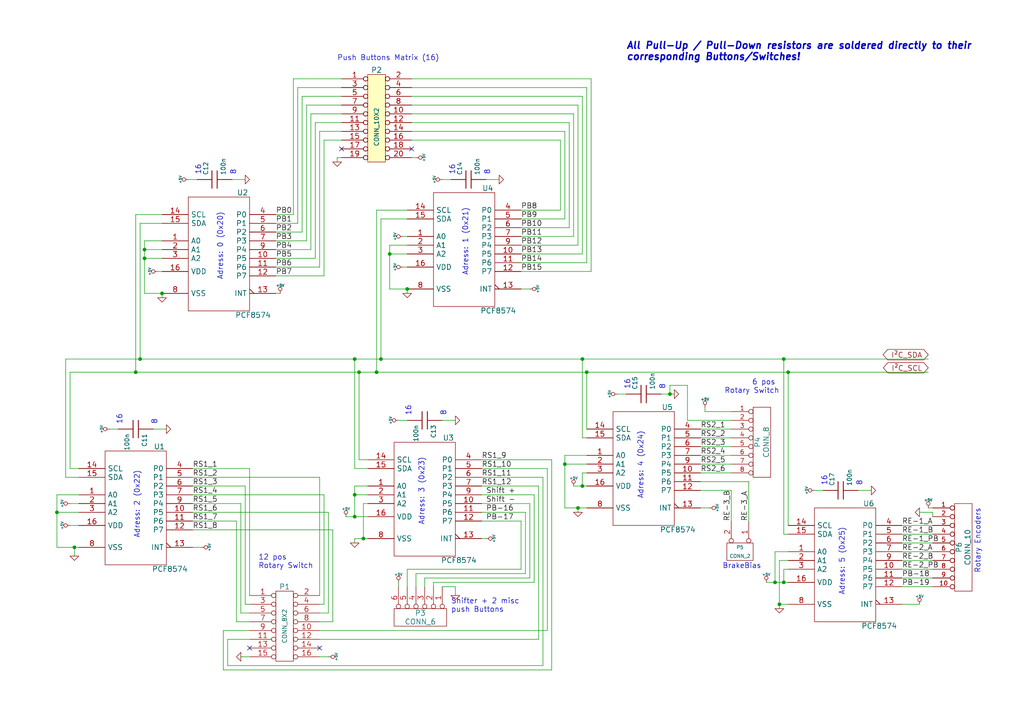
<source format=kicad_sch>
(kicad_sch (version 20211123) (generator eeschema)
  (paper "A4")
  (title_block (title "ButtonBox") (date "23 mar 2014") (rev "1"))
  (lib_symbols
    (symbol "simDash-rescue:+5V" (power) (pin_names (offset 1.016))
      (property "Value" "+5V" (at 0 2.286 0))
      (symbol "+5V_0_0"
        (pin power_in line (at 0 0 90) (length 0) hide (name "+5V") (number "1"))
      )
      (symbol "+5V_0_1"
        (polyline (pts (xy 0 0) (xy 0 0.762) (xy 0 0.762) (xy 0 0.762)))
        (circle (center 0 1.27) (radius 0.508))
      )
    )
    (symbol "simDash-rescue:C" (pin_numbers hide) (pin_names (offset 0.254))
      (property "Reference" "C" (at 1.27 2.54 0))
      (property "Value" "C" (at 1.27 -2.54 0))
      (symbol "C_0_1"
        (polyline (pts (xy -2.54 -0.762) (xy 2.54 -0.762)) (stroke (width 0.254)))
        (polyline (pts (xy -2.54 0.762) (xy 2.54 0.762)) (stroke (width 0.254)))
      )
      (symbol "C_1_1"
        (pin passive line (at 0 5.08 270) (length 4.318) (name "~") (number "1"))
        (pin passive line (at 0 -5.08 90) (length 4.318) (name "~") (number "2"))
      )
    )
    (symbol "simDash-rescue:CONN_10" (pin_names (offset 1.016) hide)
      (property "Reference" "P" (at -1.27 0 90))
      (property "Value" "CONN_10" (at 1.27 0 90))
      (symbol "CONN_10_0_1"
        (rectangle (start -2.54 12.7) (end 2.54 -12.7))
      )
      (symbol "CONN_10_1_1"
        (pin passive inverted (at -8.89 11.43 0) (length 6.35) (name "P1") (number "1"))
        (pin passive inverted (at -8.89 -11.43 0) (length 6.35) (name "P10") (number "10"))
        (pin passive inverted (at -8.89 8.89 0) (length 6.35) (name "P2") (number "2"))
        (pin passive inverted (at -8.89 6.35 0) (length 6.35) (name "P3") (number "3"))
        (pin passive inverted (at -8.89 3.81 0) (length 6.35) (name "P4") (number "4"))
        (pin passive inverted (at -8.89 1.27 0) (length 6.35) (name "P5") (number "5"))
        (pin passive inverted (at -8.89 -1.27 0) (length 6.35) (name "P6") (number "6"))
        (pin passive inverted (at -8.89 -3.81 0) (length 6.35) (name "P7") (number "7"))
        (pin passive inverted (at -8.89 -6.35 0) (length 6.35) (name "P8") (number "8"))
        (pin passive inverted (at -8.89 -8.89 0) (length 6.35) (name "P9") (number "9"))
      )
    )
    (symbol "simDash-rescue:CONN_10X2" (pin_names (offset 0.254) hide)
      (property "Reference" "P" (at 0 13.97 0))
      (property "Value" "CONN_10X2" (at 0 -2.54 90))
      (symbol "CONN_10X2_0_1"
        (rectangle (start -2.54 12.7) (end 2.54 -12.7) (fill (type background)))
      )
      (symbol "CONN_10X2_1_1"
        (pin passive inverted (at -10.16 11.43 0) (length 7.62) (name "P1") (number "1"))
        (pin passive inverted (at 10.16 1.27 180) (length 7.62) (name "P10") (number "10"))
        (pin passive inverted (at -10.16 -1.27 0) (length 7.62) (name "P11") (number "11"))
        (pin passive inverted (at 10.16 -1.27 180) (length 7.62) (name "P12") (number "12"))
        (pin passive inverted (at -10.16 -3.81 0) (length 7.62) (name "P13") (number "13"))
        (pin passive inverted (at 10.16 -3.81 180) (length 7.62) (name "P14") (number "14"))
        (pin passive inverted (at -10.16 -6.35 0) (length 7.62) (name "P15") (number "15"))
        (pin passive inverted (at 10.16 -6.35 180) (length 7.62) (name "P16") (number "16"))
        (pin passive inverted (at -10.16 -8.89 0) (length 7.62) (name "P17") (number "17"))
        (pin passive inverted (at 10.16 -8.89 180) (length 7.62) (name "P18") (number "18"))
        (pin passive inverted (at -10.16 -11.43 0) (length 7.62) (name "P19") (number "19"))
        (pin passive inverted (at 10.16 11.43 180) (length 7.62) (name "P2") (number "2"))
        (pin passive inverted (at 10.16 -11.43 180) (length 7.62) (name "P20") (number "20"))
        (pin passive inverted (at -10.16 8.89 0) (length 7.62) (name "P3") (number "3"))
        (pin passive inverted (at 10.16 8.89 180) (length 7.62) (name "P4") (number "4"))
        (pin passive inverted (at -10.16 6.35 0) (length 7.62) (name "P5") (number "5"))
        (pin passive inverted (at 10.16 6.35 180) (length 7.62) (name "P6") (number "6"))
        (pin passive inverted (at -10.16 3.81 0) (length 7.62) (name "P7") (number "7"))
        (pin passive inverted (at 10.16 3.81 180) (length 7.62) (name "P8") (number "8"))
        (pin passive inverted (at -10.16 1.27 0) (length 7.62) (name "P9") (number "9"))
      )
    )
    (symbol "simDash-rescue:CONN_2" (pin_names (offset 1.016) hide)
      (property "Reference" "P" (at -1.27 0 90))
      (property "Value" "CONN_2" (at 1.27 0 90))
      (symbol "CONN_2_0_1"
        (rectangle (start -2.54 3.81) (end 2.54 -3.81))
      )
      (symbol "CONN_2_1_1"
        (pin passive inverted (at -8.89 2.54 0) (length 6.35) (name "P1") (number "1"))
        (pin passive inverted (at -8.89 -2.54 0) (length 6.35) (name "PM") (number "2"))
      )
    )
    (symbol "simDash-rescue:CONN_6" (pin_names (offset 0.762) hide)
      (property "Reference" "P" (at -1.27 0 90))
      (property "Value" "CONN_6" (at 1.27 0 90))
      (symbol "CONN_6_0_1"
        (rectangle (start -2.54 7.62) (end 2.54 -7.62))
      )
      (symbol "CONN_6_1_1"
        (pin passive inverted (at -8.89 6.35 0) (length 6.35) (name "1") (number "1"))
        (pin passive inverted (at -8.89 3.81 0) (length 6.35) (name "2") (number "2"))
        (pin passive inverted (at -8.89 1.27 0) (length 6.35) (name "3") (number "3"))
        (pin passive inverted (at -8.89 -1.27 0) (length 6.35) (name "4") (number "4"))
        (pin passive inverted (at -8.89 -3.81 0) (length 6.35) (name "5") (number "5"))
        (pin passive inverted (at -8.89 -6.35 0) (length 6.35) (name "6") (number "6"))
      )
    )
    (symbol "simDash-rescue:CONN_8" (pin_names (offset 1.016) hide)
      (property "Reference" "P" (at -1.27 0 90))
      (property "Value" "CONN_8" (at 1.27 0 90))
      (symbol "CONN_8_0_1"
        (rectangle (start -2.54 10.16) (end 2.54 -10.16))
      )
      (symbol "CONN_8_1_1"
        (pin passive inverted (at -8.89 8.89 0) (length 6.35) (name "P1") (number "1"))
        (pin passive inverted (at -8.89 6.35 0) (length 6.35) (name "P2") (number "2"))
        (pin passive inverted (at -8.89 3.81 0) (length 6.35) (name "P3") (number "3"))
        (pin passive inverted (at -8.89 1.27 0) (length 6.35) (name "P4") (number "4"))
        (pin passive inverted (at -8.89 -1.27 0) (length 6.35) (name "P5") (number "5"))
        (pin passive inverted (at -8.89 -3.81 0) (length 6.35) (name "P6") (number "6"))
        (pin passive inverted (at -8.89 -6.35 0) (length 6.35) (name "P7") (number "7"))
        (pin passive inverted (at -8.89 -8.89 0) (length 6.35) (name "P8") (number "8"))
      )
    )
    (symbol "simDash-rescue:CONN_8X2" (pin_names (offset 1.016))
      (property "Reference" "P" (at 0 11.43 0))
      (property "Value" "CONN_8X2" (at 0 0 90))
      (symbol "CONN_8X2_0_1"
        (rectangle (start -2.54 10.16) (end 2.54 -10.16))
      )
      (symbol "CONN_8X2_1_1"
        (pin passive inverted (at -10.16 8.89 0) (length 7.62) (name "~") (number "1"))
        (pin passive inverted (at 10.16 -1.27 180) (length 7.62) (name "~") (number "10"))
        (pin passive inverted (at -10.16 -3.81 0) (length 7.62) (name "~") (number "11"))
        (pin passive inverted (at 10.16 -3.81 180) (length 7.62) (name "~") (number "12"))
        (pin passive inverted (at -10.16 -6.35 0) (length 7.62) (name "~") (number "13"))
        (pin passive inverted (at 10.16 -6.35 180) (length 7.62) (name "~") (number "14"))
        (pin passive inverted (at -10.16 -8.89 0) (length 7.62) (name "~") (number "15"))
        (pin passive inverted (at 10.16 -8.89 180) (length 7.62) (name "~") (number "16"))
        (pin passive inverted (at 10.16 8.89 180) (length 7.62) (name "~") (number "2"))
        (pin passive inverted (at -10.16 6.35 0) (length 7.62) (name "~") (number "3"))
        (pin passive inverted (at 10.16 6.35 180) (length 7.62) (name "~") (number "4"))
        (pin passive inverted (at -10.16 3.81 0) (length 7.62) (name "~") (number "5"))
        (pin passive inverted (at 10.16 3.81 180) (length 7.62) (name "~") (number "6"))
        (pin passive inverted (at -10.16 1.27 0) (length 7.62) (name "~") (number "7"))
        (pin passive inverted (at 10.16 1.27 180) (length 7.62) (name "~") (number "8"))
        (pin passive inverted (at -10.16 -1.27 0) (length 7.62) (name "~") (number "9"))
      )
    )
    (symbol "simDash-rescue:GND" (power) (pin_names (offset 0))
      (symbol "GND_0_1"
        (polyline (pts (xy -1.27 0) (xy 0 -1.27) (xy 1.27 0) (xy -1.27 0)))
      )
      (symbol "GND_1_1"
        (pin power_in line (at 0 0 90) (length 0) hide (name "GND") (number "1"))
      )
    )
    (symbol "simDash-rescue:PCF8574" (pin_names (offset 0.762))
      (property "Reference" "U" (at 6.858 17.78 0))
      (property "Value" "PCF8574" (at 9.906 -17.7292 0))
      (symbol "PCF8574_0_1"
        (rectangle (start -8.89 -16.51) (end 8.89 16.51))
      )
      (symbol "PCF8574_1_1"
        (pin input line (at -16.51 3.81 0) (length 7.62) (name "A0") (number "1"))
        (pin bidirectional line (at 16.51 -1.27 180) (length 7.62) (name "P5") (number "10"))
        (pin bidirectional line (at 16.51 -3.81 180) (length 7.62) (name "P6") (number "11"))
        (pin bidirectional line (at 16.51 -6.35 180) (length 7.62) (name "P7") (number "12"))
        (pin open_collector output_low (at 16.51 -11.43 180) (length 7.62) (name "INT") (number "13"))
        (pin input line (at -16.51 11.43 0) (length 7.62) (name "SCL") (number "14"))
        (pin bidirectional line (at -16.51 8.89 0) (length 7.62) (name "SDA") (number "15"))
        (pin power_in line (at -16.51 -5.08 0) (length 7.62) (name "VDD") (number "16"))
        (pin input line (at -16.51 1.27 0) (length 7.62) (name "A1") (number "2"))
        (pin input line (at -16.51 -1.27 0) (length 7.62) (name "A2") (number "3"))
        (pin bidirectional line (at 16.51 11.43 180) (length 7.62) (name "P0") (number "4"))
        (pin bidirectional line (at 16.51 8.89 180) (length 7.62) (name "P1") (number "5"))
        (pin bidirectional line (at 16.51 6.35 180) (length 7.62) (name "P2") (number "6"))
        (pin bidirectional line (at 16.51 3.81 180) (length 7.62) (name "P3") (number "7"))
        (pin power_in line (at -16.51 -11.43 0) (length 7.62) (name "VSS") (number "8"))
        (pin bidirectional line (at 16.51 1.27 180) (length 7.62) (name "P4") (number "9"))
      )
    )
  )
  (junction (at 21.59 158.75))
  (junction (at 41.91 72.39))
  (junction (at 170.18 107.95))
  (junction (at 110.49 104.14))
  (junction (at 168.91 140.97))
  (junction (at 109.22 107.95))
  (junction (at 163.83 134.62))
  (junction (at 102.87 143.51))
  (junction (at 224.79 168.91))
  (junction (at 118.11 83.82))
  (junction (at 41.91 74.93))
  (junction (at 113.03 73.66))
  (junction (at 168.91 104.14))
  (junction (at 227.33 168.91))
  (junction (at 102.87 104.14))
  (junction (at 194.31 114.3))
  (junction (at 104.14 107.95))
  (junction (at 167.64 147.32))
  (junction (at 40.64 104.14))
  (junction (at 16.51 148.59))
  (junction (at 228.6 107.95))
  (junction (at 227.33 104.14))
  (junction (at 39.37 107.95))
  (junction (at 105.41 156.21))
  (junction (at 226.06 175.26))
  (junction (at 46.99 85.09))
  (junction (at 102.87 149.86))
  (no_connect (at 92.71 187.96))
  (no_connect (at 99.06 43.18))
  (no_connect (at 72.39 187.96))
  (no_connect (at 119.38 43.18))
  (wire (pts (xy 158.75 182.88) (xy 158.75 135.89)))
  (wire (pts (xy 109.22 60.96) (xy 109.22 107.95)))
  (wire (pts (xy 139.7 148.59) (xy 152.4 148.59)))
  (wire (pts (xy 270.51 167.64) (xy 261.62 167.64)))
  (wire (pts (xy 204.47 118.11) (xy 204.47 119.38)))
  (wire (pts (xy 139.7 156.21) (xy 140.97 156.21)))
  (wire (pts (xy 105.41 156.21) (xy 106.68 156.21)))
  (wire (pts (xy 261.62 170.18) (xy 270.51 170.18)))
  (wire (pts (xy 72.39 185.42) (xy 66.04 185.42)))
  (wire (pts (xy 125.73 170.18) (xy 125.73 168.91)))
  (wire (pts (xy 55.88 151.13) (xy 68.58 151.13)))
  (wire (pts (xy 199.39 121.92) (xy 199.39 111.76)))
  (wire (pts (xy 110.49 63.5) (xy 118.11 63.5)))
  (wire (pts (xy 21.59 158.75) (xy 22.86 158.75)))
  (wire (pts (xy 99.06 25.4) (xy 86.36 25.4)))
  (wire (pts (xy 110.49 104.14) (xy 168.91 104.14)))
  (wire (pts (xy 40.64 104.14) (xy 102.87 104.14)))
  (wire (pts (xy 87.63 27.94) (xy 99.06 27.94)))
  (wire (pts (xy 40.64 64.77) (xy 46.99 64.77)))
  (wire (pts (xy 163.83 63.5) (xy 163.83 38.1)))
  (wire (pts (xy 91.44 35.56) (xy 91.44 74.93)))
  (wire (pts (xy 167.64 147.32) (xy 170.18 147.32)))
  (wire (pts (xy 72.39 190.5) (xy 69.85 190.5)))
  (wire (pts (xy 191.77 114.3) (xy 194.31 114.3)))
  (wire (pts (xy 168.91 27.94) (xy 119.38 27.94)))
  (wire (pts (xy 113.03 83.82) (xy 118.11 83.82)))
  (wire (pts (xy 99.06 35.56) (xy 91.44 35.56)))
  (wire (pts (xy 80.01 72.39) (xy 90.17 72.39)))
  (wire (pts (xy 228.6 175.26) (xy 226.06 175.26)))
  (wire (pts (xy 168.91 140.97) (xy 166.37 140.97)))
  (wire (pts (xy 66.04 193.04) (xy 66.04 185.42)))
  (wire (pts (xy 128.27 121.92) (xy 132.08 121.92)))
  (wire (pts (xy 99.06 45.72) (xy 97.79 45.72)))
  (wire (pts (xy 203.2 137.16) (xy 212.09 137.16)))
  (wire (pts (xy 227.33 165.1) (xy 227.33 168.91)))
  (wire (pts (xy 93.98 143.51) (xy 55.88 143.51)))
  (wire (pts (xy 261.62 175.26) (xy 266.7 175.26)))
  (wire (pts (xy 55.88 140.97) (xy 71.12 140.97)))
  (wire (pts (xy 151.13 83.82) (xy 153.67 83.82)))
  (wire (pts (xy 125.73 168.91) (xy 154.94 168.91)))
  (wire (pts (xy 168.91 104.14) (xy 227.33 104.14)))
  (wire (pts (xy 168.91 104.14) (xy 168.91 127)))
  (wire (pts (xy 203.2 124.46) (xy 212.09 124.46)))
  (wire (pts (xy 92.71 180.34) (xy 96.52 180.34)))
  (wire (pts (xy 104.14 107.95) (xy 104.14 133.35)))
  (wire (pts (xy 168.91 127) (xy 170.18 127)))
  (wire (pts (xy 91.44 74.93) (xy 80.01 74.93)))
  (wire (pts (xy 80.01 85.09) (xy 81.28 85.09)))
  (wire (pts (xy 156.21 140.97) (xy 139.7 140.97)))
  (wire (pts (xy 19.05 104.14) (xy 40.64 104.14)))
  (wire (pts (xy 151.13 165.1) (xy 118.11 165.1)))
  (wire (pts (xy 139.7 143.51) (xy 154.94 143.51)))
  (wire (pts (xy 119.38 30.48) (xy 167.64 30.48)))
  (wire (pts (xy 151.13 60.96) (xy 162.56 60.96)))
  (wire (pts (xy 203.2 129.54) (xy 212.09 129.54)))
  (wire (pts (xy 22.86 152.4) (xy 20.32 152.4)))
  (wire (pts (xy 102.87 156.21) (xy 105.41 156.21)))
  (wire (pts (xy 119.38 35.56) (xy 165.1 35.56)))
  (wire (pts (xy 110.49 104.14) (xy 110.49 63.5)))
  (wire (pts (xy 212.09 142.24) (xy 212.09 151.13)))
  (wire (pts (xy 238.76 142.24) (xy 236.22 142.24)))
  (wire (pts (xy 86.36 64.77) (xy 80.01 64.77)))
  (wire (pts (xy 90.17 72.39) (xy 90.17 33.02)))
  (wire (pts (xy 203.2 142.24) (xy 212.09 142.24)))
  (wire (pts (xy 170.18 76.2) (xy 170.18 25.4)))
  (wire (pts (xy 115.57 170.18) (xy 115.57 168.91)))
  (wire (pts (xy 157.48 193.04) (xy 66.04 193.04)))
  (wire (pts (xy 120.65 170.18) (xy 120.65 166.37)))
  (wire (pts (xy 163.83 132.08) (xy 163.83 134.62)))
  (wire (pts (xy 168.91 140.97) (xy 168.91 137.16)))
  (wire (pts (xy 228.6 168.91) (xy 227.33 168.91)))
  (wire (pts (xy 163.83 134.62) (xy 163.83 147.32)))
  (wire (pts (xy 106.68 143.51) (xy 102.87 143.51)))
  (wire (pts (xy 16.51 143.51) (xy 16.51 148.59)))
  (wire (pts (xy 85.09 62.23) (xy 80.01 62.23)))
  (wire (pts (xy 22.86 138.43) (xy 19.05 138.43)))
  (wire (pts (xy 261.62 157.48) (xy 270.51 157.48)))
  (wire (pts (xy 113.03 73.66) (xy 113.03 83.82)))
  (wire (pts (xy 95.25 177.8) (xy 95.25 148.59)))
  (wire (pts (xy 228.6 154.94) (xy 227.33 154.94)))
  (wire (pts (xy 123.19 167.64) (xy 123.19 170.18)))
  (wire (pts (xy 119.38 40.64) (xy 162.56 40.64)))
  (wire (pts (xy 168.91 73.66) (xy 168.91 27.94)))
  (wire (pts (xy 203.2 132.08) (xy 212.09 132.08)))
  (wire (pts (xy 99.06 22.86) (xy 85.09 22.86)))
  (wire (pts (xy 132.08 170.18) (xy 132.08 172.72)))
  (wire (pts (xy 16.51 143.51) (xy 22.86 143.51)))
  (wire (pts (xy 86.36 25.4) (xy 86.36 64.77)))
  (wire (pts (xy 163.83 38.1) (xy 119.38 38.1)))
  (wire (pts (xy 93.98 175.26) (xy 93.98 143.51)))
  (wire (pts (xy 22.86 146.05) (xy 20.32 146.05)))
  (wire (pts (xy 160.02 194.31) (xy 64.77 194.31)))
  (wire (pts (xy 203.2 134.62) (xy 212.09 134.62)))
  (wire (pts (xy 64.77 194.31) (xy 64.77 182.88)))
  (wire (pts (xy 55.88 146.05) (xy 69.85 146.05)))
  (wire (pts (xy 217.17 139.7) (xy 203.2 139.7)))
  (wire (pts (xy 118.11 77.47) (xy 116.84 77.47)))
  (wire (pts (xy 152.4 148.59) (xy 152.4 166.37)))
  (wire (pts (xy 96.52 153.67) (xy 55.88 153.67)))
  (wire (pts (xy 68.58 151.13) (xy 68.58 180.34)))
  (wire (pts (xy 163.83 147.32) (xy 167.64 147.32)))
  (wire (pts (xy 261.62 154.94) (xy 270.51 154.94)))
  (wire (pts (xy 92.71 77.47) (xy 92.71 38.1)))
  (wire (pts (xy 167.64 148.59) (xy 167.64 147.32)))
  (wire (pts (xy 21.59 161.29) (xy 21.59 158.75)))
  (wire (pts (xy 130.81 52.07) (xy 128.27 52.07)))
  (wire (pts (xy 92.71 177.8) (xy 95.25 177.8)))
  (wire (pts (xy 204.47 119.38) (xy 212.09 119.38)))
  (wire (pts (xy 93.98 40.64) (xy 93.98 80.01)))
  (wire (pts (xy 118.11 121.92) (xy 115.57 121.92)))
  (wire (pts (xy 168.91 73.66) (xy 151.13 73.66)))
  (wire (pts (xy 166.37 68.58) (xy 151.13 68.58)))
  (wire (pts (xy 171.45 78.74) (xy 171.45 22.86)))
  (wire (pts (xy 194.31 114.3) (xy 195.58 114.3)))
  (wire (pts (xy 118.11 83.82) (xy 118.11 85.09)))
  (wire (pts (xy 261.62 162.56) (xy 270.51 162.56)))
  (wire (pts (xy 44.45 124.46) (xy 48.26 124.46)))
  (wire (pts (xy 22.86 148.59) (xy 16.51 148.59)))
  (wire (pts (xy 212.09 121.92) (xy 199.39 121.92)))
  (wire (pts (xy 156.21 185.42) (xy 156.21 140.97)))
  (wire (pts (xy 41.91 72.39) (xy 41.91 69.85)))
  (wire (pts (xy 41.91 85.09) (xy 41.91 74.93)))
  (wire (pts (xy 227.33 168.91) (xy 224.79 168.91)))
  (wire (pts (xy 151.13 151.13) (xy 151.13 165.1)))
  (wire (pts (xy 99.06 30.48) (xy 88.9 30.48)))
  (wire (pts (xy 217.17 151.13) (xy 217.17 139.7)))
  (wire (pts (xy 157.48 138.43) (xy 157.48 193.04)))
  (wire (pts (xy 151.13 71.12) (xy 167.64 71.12)))
  (wire (pts (xy 139.7 138.43) (xy 157.48 138.43)))
  (wire (pts (xy 162.56 60.96) (xy 162.56 40.64)))
  (wire (pts (xy 118.11 60.96) (xy 109.22 60.96)))
  (wire (pts (xy 92.71 182.88) (xy 158.75 182.88)))
  (wire (pts (xy 270.51 147.32) (xy 269.24 147.32)))
  (wire (pts (xy 72.39 175.26) (xy 71.12 175.26)))
  (wire (pts (xy 228.6 162.56) (xy 226.06 162.56)))
  (wire (pts (xy 20.32 135.89) (xy 20.32 107.95)))
  (wire (pts (xy 171.45 78.74) (xy 151.13 78.74)))
  (wire (pts (xy 39.37 107.95) (xy 39.37 62.23)))
  (wire (pts (xy 41.91 72.39) (xy 46.99 72.39)))
  (wire (pts (xy 139.7 133.35) (xy 160.02 133.35)))
  (wire (pts (xy 151.13 76.2) (xy 170.18 76.2)))
  (wire (pts (xy 102.87 143.51) (xy 102.87 149.86)))
  (wire (pts (xy 120.65 166.37) (xy 152.4 166.37)))
  (wire (pts (xy 92.71 38.1) (xy 99.06 38.1)))
  (wire (pts (xy 194.31 111.76) (xy 199.39 111.76)))
  (wire (pts (xy 39.37 62.23) (xy 46.99 62.23)))
  (wire (pts (xy 92.71 172.72) (xy 92.71 138.43)))
  (wire (pts (xy 168.91 137.16) (xy 170.18 137.16)))
  (wire (pts (xy 261.62 165.1) (xy 270.51 165.1)))
  (wire (pts (xy 113.03 71.12) (xy 113.03 73.66)))
  (wire (pts (xy 224.79 168.91) (xy 222.25 168.91)))
  (wire (pts (xy 57.15 52.07) (xy 54.61 52.07)))
  (wire (pts (xy 92.71 138.43) (xy 55.88 138.43)))
  (wire (pts (xy 41.91 69.85) (xy 46.99 69.85)))
  (wire (pts (xy 166.37 68.58) (xy 166.37 33.02)))
  (wire (pts (xy 140.97 52.07) (xy 144.78 52.07)))
  (wire (pts (xy 72.39 135.89) (xy 72.39 172.72)))
  (wire (pts (xy 228.6 165.1) (xy 227.33 165.1)))
  (wire (pts (xy 106.68 140.97) (xy 102.87 140.97)))
  (wire (pts (xy 102.87 104.14) (xy 110.49 104.14)))
  (wire (pts (xy 55.88 158.75) (xy 58.42 158.75)))
  (wire (pts (xy 151.13 151.13) (xy 139.7 151.13)))
  (wire (pts (xy 46.99 78.74) (xy 45.72 78.74)))
  (wire (pts (xy 90.17 33.02) (xy 99.06 33.02)))
  (wire (pts (xy 102.87 135.89) (xy 102.87 104.14)))
  (wire (pts (xy 106.68 146.05) (xy 105.41 146.05)))
  (wire (pts (xy 92.71 175.26) (xy 93.98 175.26)))
  (wire (pts (xy 104.14 133.35) (xy 106.68 133.35)))
  (wire (pts (xy 102.87 149.86) (xy 106.68 149.86)))
  (wire (pts (xy 118.11 73.66) (xy 113.03 73.66)))
  (wire (pts (xy 270.51 148.59) (xy 266.7 148.59)))
  (wire (pts (xy 39.37 107.95) (xy 20.32 107.95)))
  (wire (pts (xy 104.14 107.95) (xy 39.37 107.95)))
  (wire (pts (xy 100.33 149.86) (xy 102.87 149.86)))
  (wire (pts (xy 205.74 147.32) (xy 203.2 147.32)))
  (wire (pts (xy 203.2 127) (xy 212.09 127)))
  (wire (pts (xy 118.11 165.1) (xy 118.11 170.18)))
  (wire (pts (xy 92.71 190.5) (xy 95.25 190.5)))
  (wire (pts (xy 261.62 152.4) (xy 270.51 152.4)))
  (wire (pts (xy 92.71 185.42) (xy 156.21 185.42)))
  (wire (pts (xy 72.39 177.8) (xy 69.85 177.8)))
  (wire (pts (xy 85.09 22.86) (xy 85.09 62.23)))
  (wire (pts (xy 102.87 157.48) (xy 102.87 156.21)))
  (wire (pts (xy 55.88 135.89) (xy 72.39 135.89)))
  (wire (pts (xy 163.83 63.5) (xy 151.13 63.5)))
  (wire (pts (xy 270.51 149.86) (xy 270.51 148.59)))
  (wire (pts (xy 22.86 135.89) (xy 20.32 135.89)))
  (wire (pts (xy 170.18 107.95) (xy 109.22 107.95)))
  (wire (pts (xy 194.31 114.3) (xy 194.31 111.76)))
  (wire (pts (xy 80.01 77.47) (xy 92.71 77.47)))
  (wire (pts (xy 40.64 104.14) (xy 40.64 64.77)))
  (wire (pts (xy 163.83 132.08) (xy 170.18 132.08)))
  (wire (pts (xy 170.18 107.95) (xy 170.18 124.46)))
  (wire (pts (xy 226.06 162.56) (xy 226.06 175.26)))
  (wire (pts (xy 158.75 135.89) (xy 139.7 135.89)))
  (wire (pts (xy 269.24 107.95) (xy 228.6 107.95)))
  (wire (pts (xy 166.37 33.02) (xy 119.38 33.02)))
  (wire (pts (xy 224.79 168.91) (xy 224.79 160.02)))
  (wire (pts (xy 227.33 104.14) (xy 269.24 104.14)))
  (wire (pts (xy 46.99 85.09) (xy 41.91 85.09)))
  (wire (pts (xy 87.63 67.31) (xy 87.63 27.94)))
  (wire (pts (xy 16.51 148.59) (xy 16.51 158.75)))
  (wire (pts (xy 228.6 107.95) (xy 170.18 107.95)))
  (wire (pts (xy 64.77 182.88) (xy 72.39 182.88)))
  (wire (pts (xy 248.92 142.24) (xy 252.73 142.24)))
  (wire (pts (xy 105.41 146.05) (xy 105.41 156.21)))
  (wire (pts (xy 67.31 52.07) (xy 71.12 52.07)))
  (wire (pts (xy 72.39 180.34) (xy 68.58 180.34)))
  (wire (pts (xy 46.99 86.36) (xy 46.99 85.09)))
  (wire (pts (xy 34.29 124.46) (xy 31.75 124.46)))
  (wire (pts (xy 41.91 74.93) (xy 41.91 72.39)))
  (wire (pts (xy 16.51 158.75) (xy 21.59 158.75)))
  (wire (pts (xy 228.6 152.4) (xy 228.6 107.95)))
  (wire (pts (xy 118.11 68.58) (xy 116.84 68.58)))
  (wire (pts (xy 119.38 45.72) (xy 120.65 45.72)))
  (wire (pts (xy 99.06 40.64) (xy 93.98 40.64)))
  (wire (pts (xy 170.18 140.97) (xy 168.91 140.97)))
  (wire (pts (xy 95.25 148.59) (xy 55.88 148.59)))
  (wire (pts (xy 128.27 170.18) (xy 132.08 170.18)))
  (wire (pts (xy 181.61 114.3) (xy 179.07 114.3)))
  (wire (pts (xy 93.98 80.01) (xy 80.01 80.01)))
  (wire (pts (xy 227.33 154.94) (xy 227.33 104.14)))
  (wire (pts (xy 80.01 67.31) (xy 87.63 67.31)))
  (wire (pts (xy 102.87 140.97) (xy 102.87 143.51)))
  (wire (pts (xy 171.45 22.86) (xy 119.38 22.86)))
  (wire (pts (xy 96.52 180.34) (xy 96.52 153.67)))
  (wire (pts (xy 160.02 133.35) (xy 160.02 194.31)))
  (wire (pts (xy 109.22 107.95) (xy 104.14 107.95)))
  (wire (pts (xy 261.62 160.02) (xy 270.51 160.02)))
  (wire (pts (xy 224.79 160.02) (xy 228.6 160.02)))
  (wire (pts (xy 153.67 146.05) (xy 153.67 167.64)))
  (wire (pts (xy 88.9 30.48) (xy 88.9 69.85)))
  (wire (pts (xy 151.13 66.04) (xy 165.1 66.04)))
  (wire (pts (xy 153.67 146.05) (xy 139.7 146.05)))
  (wire (pts (xy 119.38 25.4) (xy 170.18 25.4)))
  (wire (pts (xy 69.85 146.05) (xy 69.85 177.8)))
  (wire (pts (xy 88.9 69.85) (xy 80.01 69.85)))
  (wire (pts (xy 106.68 135.89) (xy 102.87 135.89)))
  (wire (pts (xy 71.12 140.97) (xy 71.12 175.26)))
  (wire (pts (xy 41.91 74.93) (xy 46.99 74.93)))
  (wire (pts (xy 118.11 71.12) (xy 113.03 71.12)))
  (wire (pts (xy 153.67 167.64) (xy 123.19 167.64)))
  (wire (pts (xy 167.64 71.12) (xy 167.64 30.48)))
  (wire (pts (xy 226.06 175.26) (xy 226.06 176.53)))
  (wire (pts (xy 154.94 143.51) (xy 154.94 168.91)))
  (wire (pts (xy 170.18 134.62) (xy 163.83 134.62)))
  (wire (pts (xy 165.1 66.04) (xy 165.1 35.56)))
  (wire (pts (xy 19.05 138.43) (xy 19.05 104.14)))
  (wire (pts (xy 97.79 45.72) (xy 97.79 46.99)))
  (text "Adress: 3 (0x23)" (at 123.19 152.4 90) (effects (font (size 1.524 1.524)) (justify left bottom)))
  (text "Adress: 2 (0x22)" (at 40.64 156.21 90) (effects (font (size 1.524 1.524)) (justify left bottom)))
  (text "Push Buttons Matrix (16)" (at 97.79 17.78 0) (effects (font (size 1.524 1.524)) (justify left bottom)))
  (text "8" (at 129.54 120.65 90) (effects (font (size 1.524 1.524)) (justify left bottom)))
  (text "Adress: 4 (0x24)" (at 186.69 144.78 90) (effects (font (size 1.524 1.524)) (justify left bottom)))
  (text "8" (at 45.72 123.19 90) (effects (font (size 1.524 1.524)) (justify left bottom)))
  (text "Rotary Encoders" (at 284.48 166.37 90) (effects (font (size 1.524 1.524)) (justify left bottom)))
  (text "16" (at 58.42 50.8 90) (effects (font (size 1.524 1.524)) (justify left bottom)))
  (text "8" (at 68.58 50.8 90) (effects (font (size 1.524 1.524)) (justify left bottom)))
  (text "6 pos \nRotary Switch" (at 226.06 114.3 180) (effects (font (size 1.524 1.524)) (justify right bottom)))
  (text "Adress: 1 (0x21)" (at 135.89 80.01 90) (effects (font (size 1.524 1.524)) (justify left bottom)))
  (text "8" (at 250.19 140.97 90) (effects (font (size 1.524 1.524)) (justify left bottom)))
  (text "Adress: 5 (0x25)" (at 245.11 172.72 90) (effects (font (size 1.524 1.524)) (justify left bottom)))
  (text "16" (at 119.38 120.65 90) (effects (font (size 1.524 1.524)) (justify left bottom)))
  (text "8" (at 142.24 50.8 90) (effects (font (size 1.524 1.524)) (justify left bottom)))
  (text "BrakeBias" (at 209.55 165.1 0) (effects (font (size 1.4986 1.4986)) (justify left bottom)))
  (text "16" (at 240.03 140.97 90) (effects (font (size 1.524 1.524)) (justify left bottom)))
  (text "All Pull-Up / Pull-Down resistors are soldered directly to their\ncorresponding Buttons/Switches!" (at 181.61 17.78 0) (effects (font (size 2.0066 2.0066) (thickness 0.4013) bold italic) (justify left bottom)))
  (text "16" (at 35.56 123.19 90) (effects (font (size 1.524 1.524)) (justify left bottom)))
  (text "8" (at 193.04 113.03 90) (effects (font (size 1.524 1.524)) (justify left bottom)))
  (text "Shifter + 2 misc\npush Buttons" (at 130.81 177.8 0) (effects (font (size 1.524 1.524)) (justify left bottom)))
  (text "Adress: 0 (0x20)" (at 64.77 81.28 90) (effects (font (size 1.524 1.524)) (justify left bottom)))
  (text "16" (at 132.08 50.8 90) (effects (font (size 1.524 1.524)) (justify left bottom)))
  (text "12 pos \nRotary Switch" (at 74.93 165.1 0) (effects (font (size 1.524 1.524)) (justify left bottom)))
  (text "16" (at 182.88 113.03 90) (effects (font (size 1.524 1.524)) (justify left bottom)))
  (label "RS1_6" (at 55.88 148.59 0) (effects (font (size 1.524 1.524))))
  (label "RE-2_B" (at 261.62 162.56 0) (effects (font (size 1.524 1.524))))
  (label "PB12" (at 151.13 71.12 0) (effects (font (size 1.524 1.524))))
  (label "RS2_3" (at 203.2 129.54 0) (effects (font (size 1.524 1.524))))
  (label "RS1_2" (at 55.88 138.43 0) (effects (font (size 1.524 1.524))))
  (label "PB11" (at 151.13 68.58 0) (effects (font (size 1.524 1.524))))
  (label "RS1_1" (at 55.88 135.89 0) (effects (font (size 1.524 1.524))))
  (label "PB7" (at 80.01 80.01 0) (effects (font (size 1.524 1.524))))
  (label "PB14" (at 151.13 76.2 0) (effects (font (size 1.524 1.524))))
  (label "PB3" (at 80.01 69.85 0) (effects (font (size 1.524 1.524))))
  (label "RS1_5" (at 55.88 146.05 0) (effects (font (size 1.524 1.524))))
  (label "RE-1_A" (at 261.62 152.4 0) (effects (font (size 1.524 1.524))))
  (label "RS2_6" (at 203.2 137.16 0) (effects (font (size 1.524 1.524))))
  (label "RE-3_A" (at 217.17 151.13 90) (effects (font (size 1.4986 1.4986))))
  (label "RS1_10" (at 139.7 135.89 0) (effects (font (size 1.524 1.524))))
  (label "PB9" (at 151.13 63.5 0) (effects (font (size 1.524 1.524))))
  (label "RE-1_B" (at 261.62 154.94 0) (effects (font (size 1.524 1.524))))
  (label "RS2_4" (at 203.2 132.08 0) (effects (font (size 1.524 1.524))))
  (label "PB-16" (at 140.97 148.59 0) (effects (font (size 1.524 1.524))))
  (label "PB6" (at 80.01 77.47 0) (effects (font (size 1.524 1.524))))
  (label "PB-18" (at 261.62 167.64 0) (effects (font (size 1.524 1.524))))
  (label "RS1_9" (at 139.7 133.35 0) (effects (font (size 1.524 1.524))))
  (label "RS2_1" (at 203.2 124.46 0) (effects (font (size 1.524 1.524))))
  (label "PB1" (at 80.01 64.77 0) (effects (font (size 1.524 1.524))))
  (label "PB4" (at 80.01 72.39 0) (effects (font (size 1.524 1.524))))
  (label "RS2_5" (at 203.2 134.62 0) (effects (font (size 1.524 1.524))))
  (label "Shift -" (at 140.97 146.05 0) (effects (font (size 1.524 1.524))))
  (label "RS1_8" (at 55.88 153.67 0) (effects (font (size 1.524 1.524))))
  (label "RE-1_PB" (at 261.62 157.48 0) (effects (font (size 1.524 1.524))))
  (label "PB0" (at 80.01 62.23 0) (effects (font (size 1.524 1.524))))
  (label "RS2_2" (at 203.2 127 0) (effects (font (size 1.524 1.524))))
  (label "PB5" (at 80.01 74.93 0) (effects (font (size 1.524 1.524))))
  (label "RS1_4" (at 55.88 143.51 0) (effects (font (size 1.524 1.524))))
  (label "PB13" (at 151.13 73.66 0) (effects (font (size 1.524 1.524))))
  (label "RS1_12" (at 139.7 140.97 0) (effects (font (size 1.524 1.524))))
  (label "RE-2_A" (at 261.62 160.02 0) (effects (font (size 1.524 1.524))))
  (label "PB15" (at 151.13 78.74 0) (effects (font (size 1.524 1.524))))
  (label "PB-19" (at 261.62 170.18 0) (effects (font (size 1.524 1.524))))
  (label "RS1_11" (at 139.7 138.43 0) (effects (font (size 1.524 1.524))))
  (label "PB10" (at 151.13 66.04 0) (effects (font (size 1.524 1.524))))
  (label "PB-17" (at 140.97 151.13 0) (effects (font (size 1.524 1.524))))
  (label "PB8" (at 151.13 60.96 0) (effects (font (size 1.524 1.524))))
  (label "Shift +" (at 140.97 143.51 0) (effects (font (size 1.524 1.524))))
  (label "RS1_7" (at 55.88 151.13 0) (effects (font (size 1.524 1.524))))
  (label "PB2" (at 80.01 67.31 0) (effects (font (size 1.524 1.524))))
  (label "RE-3_B" (at 212.09 151.13 90) (effects (font (size 1.4986 1.4986))))
  (label "RS1_3" (at 55.88 140.97 0) (effects (font (size 1.524 1.524))))
  (label "RE-2_PB" (at 261.62 165.1 0) (effects (font (size 1.524 1.524))))
  (global_label "I²C_SDA" (shape bidirectional) (at 269.24 102.87 180) (effects (font (size 1.524 1.524))) (property "Intersheet References" "${INTERSHEET_REFS}" (effects hide)))
  (global_label "I²C_SCL" (shape bidirectional) (at 269.24 106.68 180) (effects (font (size 1.524 1.524))) (property "Intersheet References" "${INTERSHEET_REFS}" (effects hide)))
  (symbol (lib_id "simDash-rescue:PCF8574") (at 63.5 73.66 0) (unit 1)
    (property "Reference" "U2" (at 70.358 55.88 0) (effects (font (size 1.524 1.524))))
    (property "Value" "PCF8574" (at 73.406 91.3892 0) (effects (font (size 1.524 1.524))))
  )
  (symbol (lib_id "simDash-rescue:PCF8574") (at 134.62 72.39 0) (unit 1)
    (property "Reference" "U4" (at 141.478 54.61 0) (effects (font (size 1.524 1.524))))
    (property "Value" "PCF8574" (at 144.526 90.1192 0) (effects (font (size 1.524 1.524))))
  )
  (symbol (lib_id "simDash-rescue:PCF8574") (at 186.69 135.89 0) (unit 1)
    (property "Reference" "U5" (at 193.548 118.11 0) (effects (font (size 1.524 1.524))))
    (property "Value" "PCF8574" (at 196.596 153.6192 0) (effects (font (size 1.524 1.524))))
  )
  (symbol (lib_id "simDash-rescue:PCF8574") (at 39.37 147.32 0) (unit 1)
    (property "Reference" "U1" (at 46.228 129.54 0) (effects (font (size 1.524 1.524))))
    (property "Value" "PCF8574" (at 49.276 165.0492 0) (effects (font (size 1.524 1.524))))
  )
  (symbol (lib_id "simDash-rescue:PCF8574") (at 123.19 144.78 0) (unit 1)
    (property "Reference" "U3" (at 130.048 127 0) (effects (font (size 1.524 1.524))))
    (property "Value" "PCF8574" (at 133.096 162.5092 0) (effects (font (size 1.524 1.524))))
  )
  (symbol (lib_id "simDash-rescue:+5V") (at 100.33 149.86 0) (unit 1)
    (property "Reference" "#PWR042" (effects hide))
    (property "Value" "+5V" (at 100.33 147.574 0) (effects (font (size 0.762 0.762))))
  )
  (symbol (lib_id "simDash-rescue:+5V") (at 140.97 156.21 270) (unit 1)
    (property "Reference" "#PWR041" (effects hide))
    (property "Value" "+5V" (at 143.256 156.21 0) (effects (font (size 0.762 0.762))))
  )
  (symbol (lib_id "simDash-rescue:GND") (at 102.87 157.48 0) (unit 1)
    (property "Reference" "#PWR040" (effects hide))
    (property "Value" "GND" (effects hide))
  )
  (symbol (lib_id "simDash-rescue:+5V") (at 20.32 152.4 90) (unit 1)
    (property "Reference" "#PWR039" (effects hide))
    (property "Value" "+5V" (at 18.034 152.4 0) (effects (font (size 0.762 0.762))))
  )
  (symbol (lib_id "simDash-rescue:GND") (at 21.59 161.29 0) (unit 1)
    (property "Reference" "#PWR038" (effects hide))
    (property "Value" "GND" (effects hide))
  )
  (symbol (lib_id "simDash-rescue:+5V") (at 58.42 158.75 270) (unit 1)
    (property "Reference" "#PWR037" (effects hide))
    (property "Value" "+5V" (at 60.706 158.75 0) (effects (font (size 0.762 0.762))))
  )
  (symbol (lib_id "simDash-rescue:+5V") (at 81.28 85.09 0) (unit 1)
    (property "Reference" "#PWR036" (effects hide))
    (property "Value" "+5V" (at 81.28 82.804 0) (effects (font (size 0.762 0.762))))
  )
  (symbol (lib_id "simDash-rescue:+5V") (at 45.72 78.74 90) (unit 1)
    (property "Reference" "#PWR035" (effects hide))
    (property "Value" "+5V" (at 43.434 78.74 0) (effects (font (size 0.762 0.762))))
  )
  (symbol (lib_id "simDash-rescue:+5V") (at 116.84 77.47 90) (unit 1)
    (property "Reference" "#PWR034" (effects hide))
    (property "Value" "+5V" (at 114.554 77.47 0) (effects (font (size 0.762 0.762))))
  )
  (symbol (lib_id "simDash-rescue:+5V") (at 153.67 83.82 270) (unit 1)
    (property "Reference" "#PWR033" (effects hide))
    (property "Value" "+5V" (at 155.956 83.82 0) (effects (font (size 0.762 0.762))))
  )
  (symbol (lib_id "simDash-rescue:+5V") (at 166.37 140.97 0) (unit 1)
    (property "Reference" "#PWR032" (effects hide))
    (property "Value" "+5V" (at 166.37 138.684 0) (effects (font (size 0.762 0.762))))
  )
  (symbol (lib_id "simDash-rescue:+5V") (at 205.74 147.32 270) (unit 1)
    (property "Reference" "#PWR031" (effects hide))
    (property "Value" "+5V" (at 208.026 147.32 0) (effects (font (size 0.762 0.762))))
  )
  (symbol (lib_id "simDash-rescue:GND") (at 46.99 86.36 0) (unit 1)
    (property "Reference" "#PWR030" (effects hide))
    (property "Value" "GND" (effects hide))
  )
  (symbol (lib_id "simDash-rescue:GND") (at 118.11 85.09 0) (unit 1)
    (property "Reference" "#PWR029" (effects hide))
    (property "Value" "GND" (effects hide))
  )
  (symbol (lib_id "simDash-rescue:CONN_10X2") (at 109.22 34.29 0) (unit 1)
    (property "Reference" "P2" (at 109.22 20.32 0) (effects (font (size 1.524 1.524))))
    (property "Value" "CONN_10X2" (at 109.22 36.83 90))
  )
  (symbol (lib_id "simDash-rescue:GND") (at 97.79 46.99 0) (unit 1)
    (property "Reference" "#PWR028" (effects hide))
    (property "Value" "GND" (effects hide))
  )
  (symbol (lib_id "simDash-rescue:+5V") (at 120.65 45.72 270) (unit 1)
    (property "Reference" "#PWR027" (effects hide))
    (property "Value" "+5V" (at 122.936 45.72 0) (effects (font (size 0.762 0.762))))
  )
  (symbol (lib_id "simDash-rescue:+5V") (at 116.84 68.58 90) (unit 1)
    (property "Reference" "#PWR026" (effects hide))
    (property "Value" "+5V" (at 114.554 68.58 0) (effects (font (size 0.762 0.762))))
  )
  (symbol (lib_id "simDash-rescue:CONN_8X2") (at 82.55 181.61 0) (unit 1)
    (property "Reference" "P1" (at 82.55 170.18 0) (effects (font (size 1.524 1.524))))
    (property "Value" "CONN_8X2" (at 82.55 181.61 90))
  )
  (symbol (lib_id "simDash-rescue:GND") (at 69.85 190.5 270) (unit 1)
    (property "Reference" "#PWR025" (effects hide))
    (property "Value" "GND" (effects hide))
  )
  (symbol (lib_id "simDash-rescue:+5V") (at 95.25 190.5 270) (unit 1)
    (property "Reference" "#PWR024" (effects hide))
    (property "Value" "+5V" (at 97.536 190.5 0) (effects (font (size 0.762 0.762))))
  )
  (symbol (lib_id "simDash-rescue:CONN_6") (at 121.92 179.07 270) (unit 1)
    (property "Reference" "P3" (at 121.92 177.8 90) (effects (font (size 1.524 1.524))))
    (property "Value" "CONN_6" (at 121.92 180.34 90) (effects (font (size 1.524 1.524))))
  )
  (symbol (lib_id "simDash-rescue:GND") (at 132.08 172.72 0) (unit 1)
    (property "Reference" "#PWR023" (effects hide))
    (property "Value" "GND" (effects hide))
  )
  (symbol (lib_id "simDash-rescue:+5V") (at 115.57 168.91 0) (unit 1)
    (property "Reference" "#PWR022" (effects hide))
    (property "Value" "+5V" (at 115.57 166.624 0) (effects (font (size 0.762 0.762))))
  )
  (symbol (lib_id "simDash-rescue:+5V") (at 20.32 146.05 90) (unit 1)
    (property "Reference" "#PWR021" (effects hide))
    (property "Value" "+5V" (at 18.034 146.05 0) (effects (font (size 0.762 0.762))))
  )
  (symbol (lib_id "simDash-rescue:GND") (at 167.64 148.59 0) (unit 1)
    (property "Reference" "#PWR020" (effects hide))
    (property "Value" "GND" (effects hide))
  )
  (symbol (lib_id "simDash-rescue:GND") (at 226.06 176.53 0) (unit 1)
    (property "Reference" "#PWR019" (effects hide))
    (property "Value" "GND" (effects hide))
  )
  (symbol (lib_id "simDash-rescue:+5V") (at 266.7 175.26 0) (unit 1)
    (property "Reference" "#PWR018" (effects hide))
    (property "Value" "+5V" (at 266.7 172.974 0) (effects (font (size 0.762 0.762))))
  )
  (symbol (lib_id "simDash-rescue:+5V") (at 222.25 168.91 0) (unit 1)
    (property "Reference" "#PWR017" (effects hide))
    (property "Value" "+5V" (at 222.25 166.624 0) (effects (font (size 0.762 0.762))))
  )
  (symbol (lib_id "simDash-rescue:PCF8574") (at 245.11 163.83 0) (unit 1)
    (property "Reference" "U6" (at 251.968 146.05 0) (effects (font (size 1.524 1.524))))
    (property "Value" "PCF8574" (at 255.016 181.5592 0) (effects (font (size 1.524 1.524))))
  )
  (symbol (lib_id "simDash-rescue:CONN_8") (at 220.98 128.27 0) (unit 1)
    (property "Reference" "P4" (at 219.71 128.27 90) (effects (font (size 1.524 1.524))))
    (property "Value" "CONN_8" (at 222.25 128.27 90) (effects (font (size 1.524 1.524))))
  )
  (symbol (lib_id "simDash-rescue:+5V") (at 204.47 118.11 0) (unit 1)
    (property "Reference" "#PWR016" (effects hide))
    (property "Value" "+5V" (at 204.47 115.824 0) (effects (font (size 0.762 0.762))))
  )
  (symbol (lib_id "simDash-rescue:+5V") (at 269.24 147.32 0) (unit 1)
    (property "Reference" "#PWR014" (effects hide))
    (property "Value" "+5V" (at 269.24 145.034 0) (effects (font (size 0.762 0.762))))
  )
  (symbol (lib_id "simDash-rescue:GND") (at 266.7 148.59 270) (unit 1)
    (property "Reference" "#PWR013" (effects hide))
    (property "Value" "GND" (effects hide))
  )
  (symbol (lib_id "simDash-rescue:CONN_10") (at 279.4 158.75 0) (unit 1)
    (property "Reference" "P6" (at 278.13 158.75 90) (effects (font (size 1.524 1.524))))
    (property "Value" "CONN_10" (at 280.67 158.75 90) (effects (font (size 1.524 1.524))))
  )
  (symbol (lib_id "simDash-rescue:CONN_2") (at 214.63 160.02 270) (unit 1)
    (property "Reference" "P5" (at 214.63 158.75 90) (effects (font (size 1.016 1.016))))
    (property "Value" "CONN_2" (at 214.63 161.29 90) (effects (font (size 1.016 1.016))))
  )
  (symbol (lib_id "simDash-rescue:+5V") (at 236.22 142.24 90) (unit 1)
    (property "Reference" "#PWR012" (effects hide))
    (property "Value" "+5V" (at 233.934 142.24 0) (effects (font (size 0.762 0.762))))
  )
  (symbol (lib_id "simDash-rescue:GND") (at 252.73 142.24 90) (unit 1)
    (property "Reference" "#PWR011" (effects hide))
    (property "Value" "GND" (effects hide))
  )
  (symbol (lib_id "simDash-rescue:C") (at 243.84 142.24 90) (unit 1)
    (property "Reference" "C17" (at 241.3 140.97 0) (effects (justify left)))
    (property "Value" "100n" (at 246.38 140.97 0) (effects (justify left)))
  )
  (symbol (lib_id "simDash-rescue:+5V") (at 115.57 121.92 90) (unit 1)
    (property "Reference" "#PWR010" (effects hide))
    (property "Value" "+5V" (at 113.284 121.92 0) (effects (font (size 0.762 0.762))))
  )
  (symbol (lib_id "simDash-rescue:C") (at 123.19 121.92 270) (unit 1)
    (property "Reference" "C13" (at 125.73 123.19 0) (effects (justify left)))
    (property "Value" "100n" (at 120.65 123.19 0) (effects (justify left)))
  )
  (symbol (lib_id "simDash-rescue:+5V") (at 128.27 52.07 90) (unit 1)
    (property "Reference" "#PWR09" (effects hide))
    (property "Value" "+5V" (at 125.984 52.07 0) (effects (font (size 0.762 0.762))))
  )
  (symbol (lib_id "simDash-rescue:C") (at 135.89 52.07 90) (unit 1)
    (property "Reference" "C14" (at 133.35 50.8 0) (effects (justify left)))
    (property "Value" "100n" (at 138.43 50.8 0) (effects (justify left)))
  )
  (symbol (lib_id "simDash-rescue:+5V") (at 54.61 52.07 90) (unit 1)
    (property "Reference" "#PWR08" (effects hide))
    (property "Value" "+5V" (at 52.324 52.07 0) (effects (font (size 0.762 0.762))))
  )
  (symbol (lib_id "simDash-rescue:C") (at 62.23 52.07 90) (unit 1)
    (property "Reference" "C12" (at 59.69 50.8 0) (effects (justify left)))
    (property "Value" "100n" (at 64.77 50.8 0) (effects (justify left)))
  )
  (symbol (lib_id "simDash-rescue:+5V") (at 31.75 124.46 90) (unit 1)
    (property "Reference" "#PWR07" (effects hide))
    (property "Value" "+5V" (at 29.464 124.46 0) (effects (font (size 0.762 0.762))))
  )
  (symbol (lib_id "simDash-rescue:C") (at 39.37 124.46 270) (unit 1)
    (property "Reference" "C11" (at 41.91 125.73 0) (effects (justify left)))
    (property "Value" "100n" (at 36.83 125.73 0) (effects (justify left)))
  )
  (symbol (lib_id "simDash-rescue:+5V") (at 179.07 114.3 90) (unit 1)
    (property "Reference" "#PWR06" (effects hide))
    (property "Value" "+5V" (at 176.784 114.3 0) (effects (font (size 0.762 0.762))))
  )
  (symbol (lib_id "simDash-rescue:C") (at 186.69 114.3 90) (unit 1)
    (property "Reference" "C15" (at 184.15 113.03 0) (effects (justify left)))
    (property "Value" "100n" (at 189.23 113.03 0) (effects (justify left)))
  )
  (symbol (lib_id "simDash-rescue:GND") (at 195.58 114.3 90) (unit 1)
    (property "Reference" "#PWR05" (effects hide))
    (property "Value" "GND" (effects hide))
  )
  (symbol (lib_id "simDash-rescue:GND") (at 132.08 121.92 90) (unit 1)
    (property "Reference" "#PWR04" (effects hide))
    (property "Value" "GND" (effects hide))
  )
  (symbol (lib_id "simDash-rescue:GND") (at 48.26 124.46 90) (unit 1)
    (property "Reference" "#PWR03" (effects hide))
    (property "Value" "GND" (effects hide))
  )
  (symbol (lib_id "simDash-rescue:GND") (at 71.12 52.07 90) (unit 1)
    (property "Reference" "#PWR02" (effects hide))
    (property "Value" "GND" (effects hide))
  )
  (symbol (lib_id "simDash-rescue:GND") (at 144.78 52.07 90) (unit 1)
    (property "Reference" "#PWR01" (effects hide))
    (property "Value" "GND" (effects hide))
  )
)
</source>
